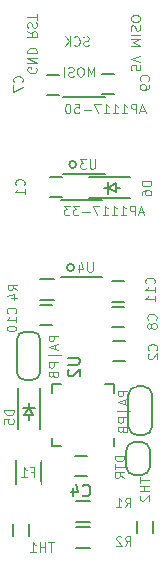
<source format=gbo>
G04 #@! TF.GenerationSoftware,KiCad,Pcbnew,6.0.0-unknown-a40367c~86~ubuntu16.04.1*
G04 #@! TF.CreationDate,2019-05-10T13:23:40+02:00*
G04 #@! TF.ProjectId,arduino_nanoPB,61726475-696e-46f5-9f6e-616e6f50422e,rev?*
G04 #@! TF.SameCoordinates,Original*
G04 #@! TF.FileFunction,Legend,Bot*
G04 #@! TF.FilePolarity,Positive*
%FSLAX46Y46*%
G04 Gerber Fmt 4.6, Leading zero omitted, Abs format (unit mm)*
G04 Created by KiCad (PCBNEW 6.0.0-unknown-a40367c~86~ubuntu16.04.1) date 2019-05-10 13:23:40*
%MOMM*%
%LPD*%
G04 APERTURE LIST*
%ADD10C,0.100000*%
%ADD11C,0.150000*%
%ADD12R,1.675000X1.675000*%
%ADD13O,0.850000X0.300000*%
%ADD14O,0.300000X0.850000*%
%ADD15C,1.000000*%
%ADD16R,1.500000X0.500000*%
%ADD17R,1.500000X1.000000*%
%ADD18O,2.032000X1.727200*%
%ADD19R,2.032000X1.727200*%
%ADD20R,1.500000X1.250000*%
%ADD21C,2.540000*%
%ADD22R,1.220000X0.910000*%
%ADD23R,0.910000X1.220000*%
%ADD24R,2.030000X1.650000*%
%ADD25O,1.250000X0.950000*%
%ADD26O,1.000000X1.550000*%
%ADD27R,1.727200X1.727200*%
%ADD28O,1.727200X1.727200*%
%ADD29R,1.500000X1.300000*%
%ADD30R,0.900000X1.200000*%
%ADD31R,2.150000X0.950000*%
%ADD32R,2.150000X3.250000*%
G04 APERTURE END LIST*
D10*
X144989504Y-94837466D02*
X144189504Y-94837466D01*
X144189504Y-95142228D01*
X144227600Y-95218419D01*
X144265695Y-95256514D01*
X144341885Y-95294609D01*
X144456171Y-95294609D01*
X144532361Y-95256514D01*
X144570457Y-95218419D01*
X144608552Y-95142228D01*
X144608552Y-94837466D01*
X144760933Y-95599371D02*
X144760933Y-95980323D01*
X144989504Y-95523180D02*
X144189504Y-95789847D01*
X144989504Y-96056514D01*
X145256171Y-96513657D02*
X144113314Y-96513657D01*
X144989504Y-97085085D02*
X144189504Y-97085085D01*
X144189504Y-97389847D01*
X144227600Y-97466038D01*
X144265695Y-97504133D01*
X144341885Y-97542228D01*
X144456171Y-97542228D01*
X144532361Y-97504133D01*
X144570457Y-97466038D01*
X144608552Y-97389847D01*
X144608552Y-97085085D01*
X144570457Y-98151752D02*
X144608552Y-98266038D01*
X144646647Y-98304133D01*
X144722838Y-98342228D01*
X144837123Y-98342228D01*
X144913314Y-98304133D01*
X144951409Y-98266038D01*
X144989504Y-98189847D01*
X144989504Y-97885085D01*
X144189504Y-97885085D01*
X144189504Y-98151752D01*
X144227600Y-98227942D01*
X144265695Y-98266038D01*
X144341885Y-98304133D01*
X144418076Y-98304133D01*
X144494266Y-98266038D01*
X144532361Y-98227942D01*
X144570457Y-98151752D01*
X144570457Y-97885085D01*
X150856904Y-99511066D02*
X150056904Y-99511066D01*
X150056904Y-99815828D01*
X150095000Y-99892019D01*
X150133095Y-99930114D01*
X150209285Y-99968209D01*
X150323571Y-99968209D01*
X150399761Y-99930114D01*
X150437857Y-99892019D01*
X150475952Y-99815828D01*
X150475952Y-99511066D01*
X150628333Y-100272971D02*
X150628333Y-100653923D01*
X150856904Y-100196780D02*
X150056904Y-100463447D01*
X150856904Y-100730114D01*
X151123571Y-101187257D02*
X149980714Y-101187257D01*
X150856904Y-101758685D02*
X150056904Y-101758685D01*
X150056904Y-102063447D01*
X150095000Y-102139638D01*
X150133095Y-102177733D01*
X150209285Y-102215828D01*
X150323571Y-102215828D01*
X150399761Y-102177733D01*
X150437857Y-102139638D01*
X150475952Y-102063447D01*
X150475952Y-101758685D01*
X150437857Y-102825352D02*
X150475952Y-102939638D01*
X150514047Y-102977733D01*
X150590238Y-103015828D01*
X150704523Y-103015828D01*
X150780714Y-102977733D01*
X150818809Y-102939638D01*
X150856904Y-102863447D01*
X150856904Y-102558685D01*
X150056904Y-102558685D01*
X150056904Y-102825352D01*
X150095000Y-102901542D01*
X150133095Y-102939638D01*
X150209285Y-102977733D01*
X150285476Y-102977733D01*
X150361666Y-102939638D01*
X150399761Y-102901542D01*
X150437857Y-102825352D01*
X150437857Y-102558685D01*
X150564804Y-105016414D02*
X149764804Y-105016414D01*
X149764804Y-105206890D01*
X149802900Y-105321176D01*
X149879090Y-105397366D01*
X149955280Y-105435461D01*
X150107661Y-105473557D01*
X150221947Y-105473557D01*
X150374328Y-105435461D01*
X150450519Y-105397366D01*
X150526709Y-105321176D01*
X150564804Y-105206890D01*
X150564804Y-105016414D01*
X149764804Y-105702128D02*
X149764804Y-106159271D01*
X150564804Y-105930700D02*
X149764804Y-105930700D01*
X150564804Y-106883080D02*
X150183852Y-106616414D01*
X150564804Y-106425938D02*
X149764804Y-106425938D01*
X149764804Y-106730700D01*
X149802900Y-106806890D01*
X149840995Y-106844985D01*
X149917185Y-106883080D01*
X150031471Y-106883080D01*
X150107661Y-106844985D01*
X150145757Y-106806890D01*
X150183852Y-106730700D01*
X150183852Y-106425938D01*
X147586571Y-70275409D02*
X147472285Y-70313504D01*
X147281809Y-70313504D01*
X147205619Y-70275409D01*
X147167523Y-70237314D01*
X147129428Y-70161123D01*
X147129428Y-70084933D01*
X147167523Y-70008742D01*
X147205619Y-69970647D01*
X147281809Y-69932552D01*
X147434190Y-69894457D01*
X147510380Y-69856361D01*
X147548476Y-69818266D01*
X147586571Y-69742076D01*
X147586571Y-69665885D01*
X147548476Y-69589695D01*
X147510380Y-69551600D01*
X147434190Y-69513504D01*
X147243714Y-69513504D01*
X147129428Y-69551600D01*
X146329428Y-70237314D02*
X146367523Y-70275409D01*
X146481809Y-70313504D01*
X146558000Y-70313504D01*
X146672285Y-70275409D01*
X146748476Y-70199219D01*
X146786571Y-70123028D01*
X146824666Y-69970647D01*
X146824666Y-69856361D01*
X146786571Y-69703980D01*
X146748476Y-69627790D01*
X146672285Y-69551600D01*
X146558000Y-69513504D01*
X146481809Y-69513504D01*
X146367523Y-69551600D01*
X146329428Y-69589695D01*
X145986571Y-70313504D02*
X145986571Y-69513504D01*
X145529428Y-70313504D02*
X145872285Y-69856361D01*
X145529428Y-69513504D02*
X145986571Y-69970647D01*
X151923695Y-71957961D02*
X151923695Y-72338914D01*
X151542742Y-72377009D01*
X151580838Y-72338914D01*
X151618933Y-72262723D01*
X151618933Y-72072247D01*
X151580838Y-71996057D01*
X151542742Y-71957961D01*
X151466552Y-71919866D01*
X151276076Y-71919866D01*
X151199885Y-71957961D01*
X151161790Y-71996057D01*
X151123695Y-72072247D01*
X151123695Y-72262723D01*
X151161790Y-72338914D01*
X151199885Y-72377009D01*
X151923695Y-71691295D02*
X151123695Y-71424628D01*
X151923695Y-71157961D01*
X151123695Y-70281771D02*
X151923695Y-70281771D01*
X151352266Y-70015104D01*
X151923695Y-69748438D01*
X151123695Y-69748438D01*
X151123695Y-69367485D02*
X151923695Y-69367485D01*
X151161790Y-69024628D02*
X151123695Y-68910342D01*
X151123695Y-68719866D01*
X151161790Y-68643676D01*
X151199885Y-68605580D01*
X151276076Y-68567485D01*
X151352266Y-68567485D01*
X151428457Y-68605580D01*
X151466552Y-68643676D01*
X151504647Y-68719866D01*
X151542742Y-68872247D01*
X151580838Y-68948438D01*
X151618933Y-68986533D01*
X151695123Y-69024628D01*
X151771314Y-69024628D01*
X151847504Y-68986533D01*
X151885600Y-68948438D01*
X151923695Y-68872247D01*
X151923695Y-68681771D01*
X151885600Y-68567485D01*
X151923695Y-68072247D02*
X151923695Y-67919866D01*
X151885600Y-67843676D01*
X151809409Y-67767485D01*
X151657028Y-67729390D01*
X151390361Y-67729390D01*
X151237980Y-67767485D01*
X151161790Y-67843676D01*
X151123695Y-67919866D01*
X151123695Y-68072247D01*
X151161790Y-68148438D01*
X151237980Y-68224628D01*
X151390361Y-68262723D01*
X151657028Y-68262723D01*
X151809409Y-68224628D01*
X151885600Y-68148438D01*
X151923695Y-68072247D01*
X143148000Y-72154800D02*
X143186095Y-72230990D01*
X143186095Y-72345276D01*
X143148000Y-72459561D01*
X143071809Y-72535752D01*
X142995619Y-72573847D01*
X142843238Y-72611942D01*
X142728952Y-72611942D01*
X142576571Y-72573847D01*
X142500380Y-72535752D01*
X142424190Y-72459561D01*
X142386095Y-72345276D01*
X142386095Y-72269085D01*
X142424190Y-72154800D01*
X142462285Y-72116704D01*
X142728952Y-72116704D01*
X142728952Y-72269085D01*
X142386095Y-71773847D02*
X143186095Y-71773847D01*
X142386095Y-71316704D01*
X143186095Y-71316704D01*
X142386095Y-70935752D02*
X143186095Y-70935752D01*
X143186095Y-70745276D01*
X143148000Y-70630990D01*
X143071809Y-70554800D01*
X142995619Y-70516704D01*
X142843238Y-70478609D01*
X142728952Y-70478609D01*
X142576571Y-70516704D01*
X142500380Y-70554800D01*
X142424190Y-70630990D01*
X142386095Y-70745276D01*
X142386095Y-70935752D01*
X142386095Y-69069085D02*
X142767047Y-69335752D01*
X142386095Y-69526228D02*
X143186095Y-69526228D01*
X143186095Y-69221466D01*
X143148000Y-69145276D01*
X143109904Y-69107180D01*
X143033714Y-69069085D01*
X142919428Y-69069085D01*
X142843238Y-69107180D01*
X142805142Y-69145276D01*
X142767047Y-69221466D01*
X142767047Y-69526228D01*
X142424190Y-68764323D02*
X142386095Y-68650038D01*
X142386095Y-68459561D01*
X142424190Y-68383371D01*
X142462285Y-68345276D01*
X142538476Y-68307180D01*
X142614666Y-68307180D01*
X142690857Y-68345276D01*
X142728952Y-68383371D01*
X142767047Y-68459561D01*
X142805142Y-68611942D01*
X142843238Y-68688133D01*
X142881333Y-68726228D01*
X142957523Y-68764323D01*
X143033714Y-68764323D01*
X143109904Y-68726228D01*
X143148000Y-68688133D01*
X143186095Y-68611942D01*
X143186095Y-68421466D01*
X143148000Y-68307180D01*
X143186095Y-68078609D02*
X143186095Y-67621466D01*
X142386095Y-67850038D02*
X143186095Y-67850038D01*
X148018342Y-72904304D02*
X148018342Y-72104304D01*
X147751676Y-72675733D01*
X147485009Y-72104304D01*
X147485009Y-72904304D01*
X146951676Y-72104304D02*
X146799295Y-72104304D01*
X146723104Y-72142400D01*
X146646914Y-72218590D01*
X146608819Y-72370971D01*
X146608819Y-72637638D01*
X146646914Y-72790019D01*
X146723104Y-72866209D01*
X146799295Y-72904304D01*
X146951676Y-72904304D01*
X147027866Y-72866209D01*
X147104057Y-72790019D01*
X147142152Y-72637638D01*
X147142152Y-72370971D01*
X147104057Y-72218590D01*
X147027866Y-72142400D01*
X146951676Y-72104304D01*
X146304057Y-72866209D02*
X146189771Y-72904304D01*
X145999295Y-72904304D01*
X145923104Y-72866209D01*
X145885009Y-72828114D01*
X145846914Y-72751923D01*
X145846914Y-72675733D01*
X145885009Y-72599542D01*
X145923104Y-72561447D01*
X145999295Y-72523352D01*
X146151676Y-72485257D01*
X146227866Y-72447161D01*
X146265961Y-72409066D01*
X146304057Y-72332876D01*
X146304057Y-72256685D01*
X146265961Y-72180495D01*
X146227866Y-72142400D01*
X146151676Y-72104304D01*
X145961200Y-72104304D01*
X145846914Y-72142400D01*
X145504057Y-72904304D02*
X145504057Y-72104304D01*
D11*
X149691700Y-98975000D02*
X149691700Y-99725000D01*
X144441700Y-98975000D02*
X144441700Y-99725000D01*
X144441700Y-104225000D02*
X144441700Y-103475000D01*
X149691700Y-104225000D02*
X149691700Y-103475000D01*
X144441700Y-98975000D02*
X145191700Y-98975000D01*
X144441700Y-104225000D02*
X145191700Y-104225000D01*
X149691700Y-98975000D02*
X148941700Y-98975000D01*
X151642800Y-103243600D02*
X152242800Y-103243600D01*
X150942800Y-99793600D02*
X150942800Y-102593600D01*
X152242800Y-99143600D02*
X151642800Y-99143600D01*
X152942800Y-102593600D02*
X152942800Y-99793600D01*
X152942800Y-99843600D02*
G75*
G03X152242800Y-99143600I-700000J0D01*
G01*
X151642800Y-99143600D02*
G75*
G03X150942800Y-99843600I0J-700000D01*
G01*
X150942800Y-102543600D02*
G75*
G03X151642800Y-103243600I700000J0D01*
G01*
X152242800Y-103243600D02*
G75*
G03X152942800Y-102543600I0J700000D01*
G01*
X149639400Y-95301700D02*
X150639400Y-95301700D01*
X150639400Y-97001700D02*
X149639400Y-97001700D01*
X144285080Y-81440920D02*
X145285080Y-81440920D01*
X145285080Y-83140920D02*
X144285080Y-83140920D01*
X145082200Y-74449040D02*
X144082200Y-74449040D01*
X144082200Y-72749040D02*
X145082200Y-72749040D01*
X149553040Y-92393400D02*
X150553040Y-92393400D01*
X150553040Y-94093400D02*
X149553040Y-94093400D01*
X149694200Y-74393160D02*
X148694200Y-74393160D01*
X148694200Y-72693160D02*
X149694200Y-72693160D01*
X144446560Y-93961320D02*
X143446560Y-93961320D01*
X143446560Y-92261320D02*
X144446560Y-92261320D01*
X150543200Y-91954720D02*
X149543200Y-91954720D01*
X149543200Y-90254720D02*
X150543200Y-90254720D01*
X142519400Y-101561900D02*
X142519400Y-101942900D01*
X142519400Y-100545900D02*
X142519400Y-100926900D01*
X142519400Y-100926900D02*
X142138400Y-101561900D01*
X142138400Y-101561900D02*
X142900400Y-101561900D01*
X142900400Y-101561900D02*
X142519400Y-100926900D01*
X142011400Y-100926900D02*
X143027400Y-100926900D01*
X143419400Y-99244400D02*
X143419400Y-102784400D01*
X141619400Y-99244400D02*
X141619400Y-102784400D01*
X149877780Y-82301080D02*
X150258780Y-82301080D01*
X148861780Y-82301080D02*
X149242780Y-82301080D01*
X149242780Y-82301080D02*
X149877780Y-82682080D01*
X149877780Y-82682080D02*
X149877780Y-81920080D01*
X149877780Y-81920080D02*
X149242780Y-82301080D01*
X149242780Y-82809080D02*
X149242780Y-81793080D01*
X147560280Y-81401080D02*
X151100280Y-81401080D01*
X147560280Y-83201080D02*
X151100280Y-83201080D01*
X141424000Y-105395520D02*
X141424000Y-107395520D01*
X143564000Y-107395520D02*
X143564000Y-105395520D01*
X142781300Y-98595400D02*
G75*
G03X143481300Y-97895400I0J700000D01*
G01*
X141481300Y-97895400D02*
G75*
G03X142181300Y-98595400I700000J0D01*
G01*
X142181300Y-94495400D02*
G75*
G03X141481300Y-95195400I0J-700000D01*
G01*
X143481300Y-95195400D02*
G75*
G03X142781300Y-94495400I-700000J0D01*
G01*
X143481300Y-97945400D02*
X143481300Y-95145400D01*
X142781300Y-94495400D02*
X142181300Y-94495400D01*
X141481300Y-95145400D02*
X141481300Y-97945400D01*
X142181300Y-98595400D02*
X142781300Y-98595400D01*
X147666000Y-108853000D02*
X146466000Y-108853000D01*
X146466000Y-110603000D02*
X147666000Y-110603000D01*
X146466000Y-112812800D02*
X147666000Y-112812800D01*
X147666000Y-111062800D02*
X146466000Y-111062800D01*
X142534000Y-111818040D02*
X142534000Y-110818040D01*
X141184000Y-110818040D02*
X141184000Y-111818040D01*
X151648800Y-110523400D02*
X151648800Y-111523400D01*
X152998800Y-111523400D02*
X152998800Y-110523400D01*
X145419460Y-81153100D02*
X148919460Y-81153100D01*
X148919460Y-74653100D02*
X145419460Y-74653100D01*
X146519460Y-80353100D02*
G75*
G03X146519460Y-80353100I-300000J0D01*
G01*
X146339800Y-89076700D02*
G75*
G03X146339800Y-89076700I-300000J0D01*
G01*
X148739800Y-83376700D02*
X145239800Y-83376700D01*
X145239800Y-89876700D02*
X148739800Y-89876700D01*
X143418000Y-91807000D02*
X144618000Y-91807000D01*
X144618000Y-90057000D02*
X143418000Y-90057000D01*
X150752300Y-105942600D02*
G75*
G03X151452300Y-106642600I700000J0D01*
G01*
X152052300Y-106642600D02*
G75*
G03X152752300Y-105942600I0J700000D01*
G01*
X152752300Y-104542600D02*
G75*
G03X152052300Y-103842600I-700000J0D01*
G01*
X151452300Y-103842600D02*
G75*
G03X150752300Y-104542600I0J-700000D01*
G01*
X152052300Y-103842600D02*
X151452300Y-103842600D01*
X152752300Y-105942600D02*
X152752300Y-104542600D01*
X151452300Y-106642600D02*
X152052300Y-106642600D01*
X150752300Y-104542600D02*
X150752300Y-105942600D01*
X146413600Y-105042600D02*
X147413600Y-105042600D01*
X147413600Y-106742600D02*
X146413600Y-106742600D01*
X145807180Y-96723295D02*
X146616704Y-96723295D01*
X146711942Y-96770914D01*
X146759561Y-96818533D01*
X146807180Y-96913771D01*
X146807180Y-97104247D01*
X146759561Y-97199485D01*
X146711942Y-97247104D01*
X146616704Y-97294723D01*
X145807180Y-97294723D01*
X145902419Y-97723295D02*
X145854800Y-97770914D01*
X145807180Y-97866152D01*
X145807180Y-98104247D01*
X145854800Y-98199485D01*
X145902419Y-98247104D01*
X145997657Y-98294723D01*
X146092895Y-98294723D01*
X146235752Y-98247104D01*
X146807180Y-97675676D01*
X146807180Y-98294723D01*
D10*
X153289914Y-96069166D02*
X153328009Y-96031071D01*
X153366104Y-95916785D01*
X153366104Y-95840595D01*
X153328009Y-95726309D01*
X153251819Y-95650119D01*
X153175628Y-95612023D01*
X153023247Y-95573928D01*
X152908961Y-95573928D01*
X152756580Y-95612023D01*
X152680390Y-95650119D01*
X152604200Y-95726309D01*
X152566104Y-95840595D01*
X152566104Y-95916785D01*
X152604200Y-96031071D01*
X152642295Y-96069166D01*
X152642295Y-96373928D02*
X152604200Y-96412023D01*
X152566104Y-96488214D01*
X152566104Y-96678690D01*
X152604200Y-96754880D01*
X152642295Y-96792976D01*
X152718485Y-96831071D01*
X152794676Y-96831071D01*
X152908961Y-96792976D01*
X153366104Y-96335833D01*
X153366104Y-96831071D01*
X142068514Y-82111866D02*
X142106609Y-82073771D01*
X142144704Y-81959485D01*
X142144704Y-81883295D01*
X142106609Y-81769009D01*
X142030419Y-81692819D01*
X141954228Y-81654723D01*
X141801847Y-81616628D01*
X141687561Y-81616628D01*
X141535180Y-81654723D01*
X141458990Y-81692819D01*
X141382800Y-81769009D01*
X141344704Y-81883295D01*
X141344704Y-81959485D01*
X141382800Y-82073771D01*
X141420895Y-82111866D01*
X142144704Y-82873771D02*
X142144704Y-82416628D01*
X142144704Y-82645200D02*
X141344704Y-82645200D01*
X141458990Y-82569009D01*
X141535180Y-82492819D01*
X141573276Y-82416628D01*
X141916114Y-73374266D02*
X141954209Y-73336171D01*
X141992304Y-73221885D01*
X141992304Y-73145695D01*
X141954209Y-73031409D01*
X141878019Y-72955219D01*
X141801828Y-72917123D01*
X141649447Y-72879028D01*
X141535161Y-72879028D01*
X141382780Y-72917123D01*
X141306590Y-72955219D01*
X141230400Y-73031409D01*
X141192304Y-73145695D01*
X141192304Y-73221885D01*
X141230400Y-73336171D01*
X141268495Y-73374266D01*
X141192304Y-73640933D02*
X141192304Y-74174266D01*
X141992304Y-73831409D01*
X153244514Y-93491066D02*
X153282609Y-93452971D01*
X153320704Y-93338685D01*
X153320704Y-93262495D01*
X153282609Y-93148209D01*
X153206419Y-93072019D01*
X153130228Y-93033923D01*
X152977847Y-92995828D01*
X152863561Y-92995828D01*
X152711180Y-93033923D01*
X152634990Y-93072019D01*
X152558800Y-93148209D01*
X152520704Y-93262495D01*
X152520704Y-93338685D01*
X152558800Y-93452971D01*
X152596895Y-93491066D01*
X152863561Y-93948209D02*
X152825466Y-93872019D01*
X152787371Y-93833923D01*
X152711180Y-93795828D01*
X152673085Y-93795828D01*
X152596895Y-93833923D01*
X152558800Y-93872019D01*
X152520704Y-93948209D01*
X152520704Y-94100590D01*
X152558800Y-94176780D01*
X152596895Y-94214876D01*
X152673085Y-94252971D01*
X152711180Y-94252971D01*
X152787371Y-94214876D01*
X152825466Y-94176780D01*
X152863561Y-94100590D01*
X152863561Y-93948209D01*
X152901657Y-93872019D01*
X152939752Y-93833923D01*
X153015942Y-93795828D01*
X153168323Y-93795828D01*
X153244514Y-93833923D01*
X153282609Y-93872019D01*
X153320704Y-93948209D01*
X153320704Y-94100590D01*
X153282609Y-94176780D01*
X153244514Y-94214876D01*
X153168323Y-94252971D01*
X153015942Y-94252971D01*
X152939752Y-94214876D01*
X152901657Y-94176780D01*
X152863561Y-94100590D01*
X152634914Y-73272666D02*
X152673009Y-73234571D01*
X152711104Y-73120285D01*
X152711104Y-73044095D01*
X152673009Y-72929809D01*
X152596819Y-72853619D01*
X152520628Y-72815523D01*
X152368247Y-72777428D01*
X152253961Y-72777428D01*
X152101580Y-72815523D01*
X152025390Y-72853619D01*
X151949200Y-72929809D01*
X151911104Y-73044095D01*
X151911104Y-73120285D01*
X151949200Y-73234571D01*
X151987295Y-73272666D01*
X152711104Y-73653619D02*
X152711104Y-73806000D01*
X152673009Y-73882190D01*
X152634914Y-73920285D01*
X152520628Y-73996476D01*
X152368247Y-74034571D01*
X152063485Y-74034571D01*
X151987295Y-73996476D01*
X151949200Y-73958380D01*
X151911104Y-73882190D01*
X151911104Y-73729809D01*
X151949200Y-73653619D01*
X151987295Y-73615523D01*
X152063485Y-73577428D01*
X152253961Y-73577428D01*
X152330152Y-73615523D01*
X152368247Y-73653619D01*
X152406342Y-73729809D01*
X152406342Y-73882190D01*
X152368247Y-73958380D01*
X152330152Y-73996476D01*
X152253961Y-74034571D01*
X141357314Y-92957714D02*
X141395409Y-92919619D01*
X141433504Y-92805333D01*
X141433504Y-92729142D01*
X141395409Y-92614857D01*
X141319219Y-92538666D01*
X141243028Y-92500571D01*
X141090647Y-92462476D01*
X140976361Y-92462476D01*
X140823980Y-92500571D01*
X140747790Y-92538666D01*
X140671600Y-92614857D01*
X140633504Y-92729142D01*
X140633504Y-92805333D01*
X140671600Y-92919619D01*
X140709695Y-92957714D01*
X141433504Y-93719619D02*
X141433504Y-93262476D01*
X141433504Y-93491047D02*
X140633504Y-93491047D01*
X140747790Y-93414857D01*
X140823980Y-93338666D01*
X140862076Y-93262476D01*
X140633504Y-94214857D02*
X140633504Y-94291047D01*
X140671600Y-94367238D01*
X140709695Y-94405333D01*
X140785885Y-94443428D01*
X140938266Y-94481523D01*
X141128742Y-94481523D01*
X141281123Y-94443428D01*
X141357314Y-94405333D01*
X141395409Y-94367238D01*
X141433504Y-94291047D01*
X141433504Y-94214857D01*
X141395409Y-94138666D01*
X141357314Y-94100571D01*
X141281123Y-94062476D01*
X141128742Y-94024380D01*
X140938266Y-94024380D01*
X140785885Y-94062476D01*
X140709695Y-94100571D01*
X140671600Y-94138666D01*
X140633504Y-94214857D01*
X153092114Y-90417714D02*
X153130209Y-90379619D01*
X153168304Y-90265333D01*
X153168304Y-90189142D01*
X153130209Y-90074857D01*
X153054019Y-89998666D01*
X152977828Y-89960571D01*
X152825447Y-89922476D01*
X152711161Y-89922476D01*
X152558780Y-89960571D01*
X152482590Y-89998666D01*
X152406400Y-90074857D01*
X152368304Y-90189142D01*
X152368304Y-90265333D01*
X152406400Y-90379619D01*
X152444495Y-90417714D01*
X153168304Y-91179619D02*
X153168304Y-90722476D01*
X153168304Y-90951047D02*
X152368304Y-90951047D01*
X152482590Y-90874857D01*
X152558780Y-90798666D01*
X152596876Y-90722476D01*
X153168304Y-91941523D02*
X153168304Y-91484380D01*
X153168304Y-91712952D02*
X152368304Y-91712952D01*
X152482590Y-91636761D01*
X152558780Y-91560571D01*
X152596876Y-91484380D01*
X141240464Y-101100963D02*
X140440464Y-101100963D01*
X140440464Y-101291440D01*
X140478560Y-101405725D01*
X140554750Y-101481916D01*
X140630940Y-101520011D01*
X140783321Y-101558106D01*
X140897607Y-101558106D01*
X141049988Y-101520011D01*
X141126179Y-101481916D01*
X141202369Y-101405725D01*
X141240464Y-101291440D01*
X141240464Y-101100963D01*
X140440464Y-102281916D02*
X140440464Y-101900963D01*
X140821417Y-101862868D01*
X140783321Y-101900963D01*
X140745226Y-101977154D01*
X140745226Y-102167630D01*
X140783321Y-102243820D01*
X140821417Y-102281916D01*
X140897607Y-102320011D01*
X141088083Y-102320011D01*
X141164274Y-102281916D01*
X141202369Y-102243820D01*
X141240464Y-102167630D01*
X141240464Y-101977154D01*
X141202369Y-101900963D01*
X141164274Y-101862868D01*
X152863504Y-81756323D02*
X152063504Y-81756323D01*
X152063504Y-81946800D01*
X152101600Y-82061085D01*
X152177790Y-82137276D01*
X152253980Y-82175371D01*
X152406361Y-82213466D01*
X152520647Y-82213466D01*
X152673028Y-82175371D01*
X152749219Y-82137276D01*
X152825409Y-82061085D01*
X152863504Y-81946800D01*
X152863504Y-81756323D01*
X152063504Y-82899180D02*
X152063504Y-82746800D01*
X152101600Y-82670609D01*
X152139695Y-82632514D01*
X152253980Y-82556323D01*
X152406361Y-82518228D01*
X152711123Y-82518228D01*
X152787314Y-82556323D01*
X152825409Y-82594419D01*
X152863504Y-82670609D01*
X152863504Y-82822990D01*
X152825409Y-82899180D01*
X152787314Y-82937276D01*
X152711123Y-82975371D01*
X152520647Y-82975371D01*
X152444457Y-82937276D01*
X152406361Y-82899180D01*
X152368266Y-82822990D01*
X152368266Y-82670609D01*
X152406361Y-82594419D01*
X152444457Y-82556323D01*
X152520647Y-82518228D01*
X142697166Y-106368857D02*
X142963833Y-106368857D01*
X142963833Y-106787904D02*
X142963833Y-105987904D01*
X142582880Y-105987904D01*
X141859071Y-106787904D02*
X142316214Y-106787904D01*
X142087642Y-106787904D02*
X142087642Y-105987904D01*
X142163833Y-106102190D01*
X142240023Y-106178380D01*
X142316214Y-106216476D01*
X150653733Y-109378704D02*
X150920400Y-108997752D01*
X151110876Y-109378704D02*
X151110876Y-108578704D01*
X150806114Y-108578704D01*
X150729923Y-108616800D01*
X150691828Y-108654895D01*
X150653733Y-108731085D01*
X150653733Y-108845371D01*
X150691828Y-108921561D01*
X150729923Y-108959657D01*
X150806114Y-108997752D01*
X151110876Y-108997752D01*
X149891828Y-109378704D02*
X150348971Y-109378704D01*
X150120400Y-109378704D02*
X150120400Y-108578704D01*
X150196590Y-108692990D01*
X150272780Y-108769180D01*
X150348971Y-108807276D01*
X150653733Y-112629904D02*
X150920400Y-112248952D01*
X151110876Y-112629904D02*
X151110876Y-111829904D01*
X150806114Y-111829904D01*
X150729923Y-111868000D01*
X150691828Y-111906095D01*
X150653733Y-111982285D01*
X150653733Y-112096571D01*
X150691828Y-112172761D01*
X150729923Y-112210857D01*
X150806114Y-112248952D01*
X151110876Y-112248952D01*
X150348971Y-111906095D02*
X150310876Y-111868000D01*
X150234685Y-111829904D01*
X150044209Y-111829904D01*
X149968019Y-111868000D01*
X149929923Y-111906095D01*
X149891828Y-111982285D01*
X149891828Y-112058476D01*
X149929923Y-112172761D01*
X150387066Y-112629904D01*
X149891828Y-112629904D01*
X144619851Y-112353144D02*
X144162708Y-112353144D01*
X144391280Y-113153144D02*
X144391280Y-112353144D01*
X143896041Y-113153144D02*
X143896041Y-112353144D01*
X143896041Y-112734097D02*
X143438899Y-112734097D01*
X143438899Y-113153144D02*
X143438899Y-112353144D01*
X142638899Y-113153144D02*
X143096041Y-113153144D01*
X142867470Y-113153144D02*
X142867470Y-112353144D01*
X142943660Y-112467430D01*
X143019851Y-112543620D01*
X143096041Y-112581716D01*
X151916184Y-106840148D02*
X151916184Y-107297291D01*
X152716184Y-107068720D02*
X151916184Y-107068720D01*
X152716184Y-107563958D02*
X151916184Y-107563958D01*
X152297137Y-107563958D02*
X152297137Y-108021100D01*
X152716184Y-108021100D02*
X151916184Y-108021100D01*
X151992375Y-108363958D02*
X151954280Y-108402053D01*
X151916184Y-108478243D01*
X151916184Y-108668720D01*
X151954280Y-108744910D01*
X151992375Y-108783005D01*
X152068565Y-108821100D01*
X152144756Y-108821100D01*
X152259041Y-108783005D01*
X152716184Y-108325862D01*
X152716184Y-108821100D01*
X148109183Y-79903404D02*
X148109183Y-80551023D01*
X148071088Y-80627214D01*
X148032993Y-80665309D01*
X147956802Y-80703404D01*
X147804421Y-80703404D01*
X147728231Y-80665309D01*
X147690136Y-80627214D01*
X147652040Y-80551023D01*
X147652040Y-79903404D01*
X147347279Y-79903404D02*
X146852040Y-79903404D01*
X147118707Y-80208166D01*
X147004421Y-80208166D01*
X146928231Y-80246261D01*
X146890136Y-80284357D01*
X146852040Y-80360547D01*
X146852040Y-80551023D01*
X146890136Y-80627214D01*
X146928231Y-80665309D01*
X147004421Y-80703404D01*
X147232993Y-80703404D01*
X147309183Y-80665309D01*
X147347279Y-80627214D01*
X152318888Y-75788533D02*
X151937936Y-75788533D01*
X152395079Y-76017104D02*
X152128412Y-75217104D01*
X151861745Y-76017104D01*
X151595079Y-76017104D02*
X151595079Y-75217104D01*
X151290317Y-75217104D01*
X151214126Y-75255200D01*
X151176031Y-75293295D01*
X151137936Y-75369485D01*
X151137936Y-75483771D01*
X151176031Y-75559961D01*
X151214126Y-75598057D01*
X151290317Y-75636152D01*
X151595079Y-75636152D01*
X150376031Y-76017104D02*
X150833174Y-76017104D01*
X150604602Y-76017104D02*
X150604602Y-75217104D01*
X150680793Y-75331390D01*
X150756983Y-75407580D01*
X150833174Y-75445676D01*
X149614126Y-76017104D02*
X150071269Y-76017104D01*
X149842698Y-76017104D02*
X149842698Y-75217104D01*
X149918888Y-75331390D01*
X149995079Y-75407580D01*
X150071269Y-75445676D01*
X148852221Y-76017104D02*
X149309364Y-76017104D01*
X149080793Y-76017104D02*
X149080793Y-75217104D01*
X149156983Y-75331390D01*
X149233174Y-75407580D01*
X149309364Y-75445676D01*
X148585555Y-75217104D02*
X148052221Y-75217104D01*
X148395079Y-76017104D01*
X147747460Y-75712342D02*
X147137936Y-75712342D01*
X146376031Y-75217104D02*
X146756983Y-75217104D01*
X146795079Y-75598057D01*
X146756983Y-75559961D01*
X146680793Y-75521866D01*
X146490317Y-75521866D01*
X146414126Y-75559961D01*
X146376031Y-75598057D01*
X146337936Y-75674247D01*
X146337936Y-75864723D01*
X146376031Y-75940914D01*
X146414126Y-75979009D01*
X146490317Y-76017104D01*
X146680793Y-76017104D01*
X146756983Y-75979009D01*
X146795079Y-75940914D01*
X145842698Y-75217104D02*
X145766507Y-75217104D01*
X145690317Y-75255200D01*
X145652221Y-75293295D01*
X145614126Y-75369485D01*
X145576031Y-75521866D01*
X145576031Y-75712342D01*
X145614126Y-75864723D01*
X145652221Y-75940914D01*
X145690317Y-75979009D01*
X145766507Y-76017104D01*
X145842698Y-76017104D01*
X145918888Y-75979009D01*
X145956983Y-75940914D01*
X145995079Y-75864723D01*
X146033174Y-75712342D01*
X146033174Y-75521866D01*
X145995079Y-75369485D01*
X145956983Y-75293295D01*
X145918888Y-75255200D01*
X145842698Y-75217104D01*
X147929523Y-88627004D02*
X147929523Y-89274623D01*
X147891428Y-89350814D01*
X147853333Y-89388909D01*
X147777142Y-89427004D01*
X147624761Y-89427004D01*
X147548571Y-89388909D01*
X147510476Y-89350814D01*
X147472380Y-89274623D01*
X147472380Y-88627004D01*
X146748571Y-88893671D02*
X146748571Y-89427004D01*
X146939047Y-88588909D02*
X147129523Y-89160338D01*
X146634285Y-89160338D01*
X152215428Y-84410533D02*
X151834476Y-84410533D01*
X152291619Y-84639104D02*
X152024952Y-83839104D01*
X151758285Y-84639104D01*
X151491619Y-84639104D02*
X151491619Y-83839104D01*
X151186857Y-83839104D01*
X151110666Y-83877200D01*
X151072571Y-83915295D01*
X151034476Y-83991485D01*
X151034476Y-84105771D01*
X151072571Y-84181961D01*
X151110666Y-84220057D01*
X151186857Y-84258152D01*
X151491619Y-84258152D01*
X150272571Y-84639104D02*
X150729714Y-84639104D01*
X150501142Y-84639104D02*
X150501142Y-83839104D01*
X150577333Y-83953390D01*
X150653523Y-84029580D01*
X150729714Y-84067676D01*
X149510666Y-84639104D02*
X149967809Y-84639104D01*
X149739238Y-84639104D02*
X149739238Y-83839104D01*
X149815428Y-83953390D01*
X149891619Y-84029580D01*
X149967809Y-84067676D01*
X148748761Y-84639104D02*
X149205904Y-84639104D01*
X148977333Y-84639104D02*
X148977333Y-83839104D01*
X149053523Y-83953390D01*
X149129714Y-84029580D01*
X149205904Y-84067676D01*
X148482095Y-83839104D02*
X147948761Y-83839104D01*
X148291619Y-84639104D01*
X147644000Y-84334342D02*
X147034476Y-84334342D01*
X146729714Y-83839104D02*
X146234476Y-83839104D01*
X146501142Y-84143866D01*
X146386857Y-84143866D01*
X146310666Y-84181961D01*
X146272571Y-84220057D01*
X146234476Y-84296247D01*
X146234476Y-84486723D01*
X146272571Y-84562914D01*
X146310666Y-84601009D01*
X146386857Y-84639104D01*
X146615428Y-84639104D01*
X146691619Y-84601009D01*
X146729714Y-84562914D01*
X145967809Y-83839104D02*
X145472571Y-83839104D01*
X145739238Y-84143866D01*
X145624952Y-84143866D01*
X145548761Y-84181961D01*
X145510666Y-84220057D01*
X145472571Y-84296247D01*
X145472571Y-84486723D01*
X145510666Y-84562914D01*
X145548761Y-84601009D01*
X145624952Y-84639104D01*
X145853523Y-84639104D01*
X145929714Y-84601009D01*
X145967809Y-84562914D01*
X141535104Y-91001866D02*
X141154152Y-90735200D01*
X141535104Y-90544723D02*
X140735104Y-90544723D01*
X140735104Y-90849485D01*
X140773200Y-90925676D01*
X140811295Y-90963771D01*
X140887485Y-91001866D01*
X141001771Y-91001866D01*
X141077961Y-90963771D01*
X141116057Y-90925676D01*
X141154152Y-90849485D01*
X141154152Y-90544723D01*
X141001771Y-91687580D02*
X141535104Y-91687580D01*
X140697009Y-91497104D02*
X141268438Y-91306628D01*
X141268438Y-91801866D01*
D11*
X147080266Y-108349742D02*
X147127885Y-108397361D01*
X147270742Y-108444980D01*
X147365980Y-108444980D01*
X147508838Y-108397361D01*
X147604076Y-108302123D01*
X147651695Y-108206885D01*
X147699314Y-108016409D01*
X147699314Y-107873552D01*
X147651695Y-107683076D01*
X147604076Y-107587838D01*
X147508838Y-107492600D01*
X147365980Y-107444980D01*
X147270742Y-107444980D01*
X147127885Y-107492600D01*
X147080266Y-107540219D01*
X146223123Y-107778314D02*
X146223123Y-108444980D01*
X146461219Y-107397361D02*
X146699314Y-108111647D01*
X146080266Y-108111647D01*
%LPC*%
D12*
X147904200Y-102437500D03*
X146229200Y-102437500D03*
X147904200Y-100762500D03*
X146229200Y-100762500D03*
D13*
X149516700Y-103100000D03*
X149516700Y-102600000D03*
X149516700Y-102100000D03*
X149516700Y-101600000D03*
X149516700Y-101100000D03*
X149516700Y-100600000D03*
X149516700Y-100100000D03*
D14*
X148566700Y-99150000D03*
X148066700Y-99150000D03*
X147566700Y-99150000D03*
X147066700Y-99150000D03*
X146566700Y-99150000D03*
X146066700Y-99150000D03*
X145566700Y-99150000D03*
D13*
X144616700Y-100100000D03*
X144616700Y-100600000D03*
X144616700Y-101100000D03*
X144616700Y-101600000D03*
X144616700Y-102100000D03*
X144616700Y-102600000D03*
X144616700Y-103100000D03*
D14*
X145566700Y-104050000D03*
X146066700Y-104050000D03*
X146566700Y-104050000D03*
X147066700Y-104050000D03*
X147566700Y-104050000D03*
X148066700Y-104050000D03*
X148566700Y-104050000D03*
D10*
G36*
X152241809Y-101996007D02*
G01*
X152290345Y-102003206D01*
X152337942Y-102015129D01*
X152384142Y-102031659D01*
X152428498Y-102052638D01*
X152470585Y-102077864D01*
X152509997Y-102107094D01*
X152546353Y-102140046D01*
X152579305Y-102176402D01*
X152608535Y-102215814D01*
X152633761Y-102257901D01*
X152654740Y-102302257D01*
X152671270Y-102348457D01*
X152683193Y-102396054D01*
X152690392Y-102444590D01*
X152692800Y-102493599D01*
X152692800Y-102493601D01*
X152690392Y-102542610D01*
X152683193Y-102591146D01*
X152671270Y-102638743D01*
X152654740Y-102684943D01*
X152633761Y-102729299D01*
X152608535Y-102771386D01*
X152579305Y-102810798D01*
X152546353Y-102847154D01*
X152509997Y-102880106D01*
X152470585Y-102909336D01*
X152428498Y-102934562D01*
X152384142Y-102955541D01*
X152337942Y-102972071D01*
X152290345Y-102983994D01*
X152241809Y-102991193D01*
X152192800Y-102993601D01*
X151692800Y-102993601D01*
X151643791Y-102991193D01*
X151595255Y-102983994D01*
X151547658Y-102972071D01*
X151501458Y-102955541D01*
X151457102Y-102934562D01*
X151415015Y-102909336D01*
X151375603Y-102880106D01*
X151339247Y-102847154D01*
X151306295Y-102810798D01*
X151277065Y-102771386D01*
X151251839Y-102729299D01*
X151230860Y-102684943D01*
X151214330Y-102638743D01*
X151202407Y-102591146D01*
X151195208Y-102542610D01*
X151192800Y-102493601D01*
X151192800Y-102493599D01*
X151195208Y-102444590D01*
X151202407Y-102396054D01*
X151214330Y-102348457D01*
X151230860Y-102302257D01*
X151251839Y-102257901D01*
X151277065Y-102215814D01*
X151306295Y-102176402D01*
X151339247Y-102140046D01*
X151375603Y-102107094D01*
X151415015Y-102077864D01*
X151457102Y-102052638D01*
X151501458Y-102031659D01*
X151547658Y-102015129D01*
X151595255Y-102003206D01*
X151643791Y-101996007D01*
X151692800Y-101993599D01*
X152192800Y-101993599D01*
X152241809Y-101996007D01*
X152241809Y-101996007D01*
G37*
D15*
X151942800Y-102493600D03*
D16*
X151942800Y-102193600D03*
D17*
X151942800Y-101193600D03*
D10*
G36*
X152241809Y-99396007D02*
G01*
X152290345Y-99403206D01*
X152337942Y-99415129D01*
X152384142Y-99431659D01*
X152428498Y-99452638D01*
X152470585Y-99477864D01*
X152509997Y-99507094D01*
X152546353Y-99540046D01*
X152579305Y-99576402D01*
X152608535Y-99615814D01*
X152633761Y-99657901D01*
X152654740Y-99702257D01*
X152671270Y-99748457D01*
X152683193Y-99796054D01*
X152690392Y-99844590D01*
X152692800Y-99893599D01*
X152692800Y-99893601D01*
X152690392Y-99942610D01*
X152683193Y-99991146D01*
X152671270Y-100038743D01*
X152654740Y-100084943D01*
X152633761Y-100129299D01*
X152608535Y-100171386D01*
X152579305Y-100210798D01*
X152546353Y-100247154D01*
X152509997Y-100280106D01*
X152470585Y-100309336D01*
X152428498Y-100334562D01*
X152384142Y-100355541D01*
X152337942Y-100372071D01*
X152290345Y-100383994D01*
X152241809Y-100391193D01*
X152192800Y-100393601D01*
X151692800Y-100393601D01*
X151643791Y-100391193D01*
X151595255Y-100383994D01*
X151547658Y-100372071D01*
X151501458Y-100355541D01*
X151457102Y-100334562D01*
X151415015Y-100309336D01*
X151375603Y-100280106D01*
X151339247Y-100247154D01*
X151306295Y-100210798D01*
X151277065Y-100171386D01*
X151251839Y-100129299D01*
X151230860Y-100084943D01*
X151214330Y-100038743D01*
X151202407Y-99991146D01*
X151195208Y-99942610D01*
X151192800Y-99893601D01*
X151192800Y-99893599D01*
X151195208Y-99844590D01*
X151202407Y-99796054D01*
X151214330Y-99748457D01*
X151230860Y-99702257D01*
X151251839Y-99657901D01*
X151277065Y-99615814D01*
X151306295Y-99576402D01*
X151339247Y-99540046D01*
X151375603Y-99507094D01*
X151415015Y-99477864D01*
X151457102Y-99452638D01*
X151501458Y-99431659D01*
X151547658Y-99415129D01*
X151595255Y-99403206D01*
X151643791Y-99396007D01*
X151692800Y-99393599D01*
X152192800Y-99393599D01*
X152241809Y-99396007D01*
X152241809Y-99396007D01*
G37*
D15*
X151942800Y-99893600D03*
D16*
X151942800Y-100193600D03*
D18*
X154686000Y-109347000D03*
X154686000Y-106807000D03*
X154686000Y-104267000D03*
X154686000Y-101727000D03*
X154686000Y-99187000D03*
X154686000Y-96647000D03*
X154686000Y-94107000D03*
X154686000Y-91567000D03*
X154686000Y-89027000D03*
X154686000Y-86487000D03*
X154686000Y-83947000D03*
X154686000Y-81407000D03*
X154686000Y-78867000D03*
X154686000Y-76327000D03*
X154686000Y-73787000D03*
D19*
X154686000Y-71247000D03*
D20*
X151389400Y-96151700D03*
X148889400Y-96151700D03*
D18*
X139446000Y-109347000D03*
X139446000Y-106807000D03*
X139446000Y-104267000D03*
X139446000Y-101727000D03*
X139446000Y-99187000D03*
X139446000Y-96647000D03*
X139446000Y-94107000D03*
X139446000Y-91567000D03*
X139446000Y-89027000D03*
X139446000Y-86487000D03*
X139446000Y-83947000D03*
X139446000Y-81407000D03*
X139446000Y-78867000D03*
X139446000Y-76327000D03*
X139446000Y-73787000D03*
D19*
X139446000Y-71247000D03*
D21*
X139446000Y-68707000D03*
X139400000Y-112100000D03*
X154700000Y-112100000D03*
X154686000Y-68707000D03*
D20*
X146035080Y-82290920D03*
X143535080Y-82290920D03*
X143332200Y-73599040D03*
X145832200Y-73599040D03*
X151303040Y-93243400D03*
X148803040Y-93243400D03*
X147944200Y-73543160D03*
X150444200Y-73543160D03*
X142696560Y-93111320D03*
X145196560Y-93111320D03*
X148793200Y-91104720D03*
X151293200Y-91104720D03*
D22*
X142519400Y-99609400D03*
X142519400Y-102879400D03*
D23*
X147925280Y-82301080D03*
X151195280Y-82301080D03*
D24*
X142494000Y-107975520D03*
X142494000Y-104815520D03*
D25*
X144499100Y-107837460D03*
X149499100Y-107837460D03*
D26*
X143499100Y-110537460D03*
X150499100Y-110537460D03*
D16*
X142481300Y-95545400D03*
D10*
G36*
X142780309Y-94747807D02*
G01*
X142828845Y-94755006D01*
X142876442Y-94766929D01*
X142922642Y-94783459D01*
X142966998Y-94804438D01*
X143009085Y-94829664D01*
X143048497Y-94858894D01*
X143084853Y-94891846D01*
X143117805Y-94928202D01*
X143147035Y-94967614D01*
X143172261Y-95009701D01*
X143193240Y-95054057D01*
X143209770Y-95100257D01*
X143221693Y-95147854D01*
X143228892Y-95196390D01*
X143231300Y-95245399D01*
X143231300Y-95245401D01*
X143228892Y-95294410D01*
X143221693Y-95342946D01*
X143209770Y-95390543D01*
X143193240Y-95436743D01*
X143172261Y-95481099D01*
X143147035Y-95523186D01*
X143117805Y-95562598D01*
X143084853Y-95598954D01*
X143048497Y-95631906D01*
X143009085Y-95661136D01*
X142966998Y-95686362D01*
X142922642Y-95707341D01*
X142876442Y-95723871D01*
X142828845Y-95735794D01*
X142780309Y-95742993D01*
X142731300Y-95745401D01*
X142231300Y-95745401D01*
X142182291Y-95742993D01*
X142133755Y-95735794D01*
X142086158Y-95723871D01*
X142039958Y-95707341D01*
X141995602Y-95686362D01*
X141953515Y-95661136D01*
X141914103Y-95631906D01*
X141877747Y-95598954D01*
X141844795Y-95562598D01*
X141815565Y-95523186D01*
X141790339Y-95481099D01*
X141769360Y-95436743D01*
X141752830Y-95390543D01*
X141740907Y-95342946D01*
X141733708Y-95294410D01*
X141731300Y-95245401D01*
X141731300Y-95245399D01*
X141733708Y-95196390D01*
X141740907Y-95147854D01*
X141752830Y-95100257D01*
X141769360Y-95054057D01*
X141790339Y-95009701D01*
X141815565Y-94967614D01*
X141844795Y-94928202D01*
X141877747Y-94891846D01*
X141914103Y-94858894D01*
X141953515Y-94829664D01*
X141995602Y-94804438D01*
X142039958Y-94783459D01*
X142086158Y-94766929D01*
X142133755Y-94755006D01*
X142182291Y-94747807D01*
X142231300Y-94745399D01*
X142731300Y-94745399D01*
X142780309Y-94747807D01*
X142780309Y-94747807D01*
G37*
D15*
X142481300Y-95245400D03*
D17*
X142481300Y-96545400D03*
D16*
X142481300Y-97545400D03*
D10*
G36*
X142780309Y-97347807D02*
G01*
X142828845Y-97355006D01*
X142876442Y-97366929D01*
X142922642Y-97383459D01*
X142966998Y-97404438D01*
X143009085Y-97429664D01*
X143048497Y-97458894D01*
X143084853Y-97491846D01*
X143117805Y-97528202D01*
X143147035Y-97567614D01*
X143172261Y-97609701D01*
X143193240Y-97654057D01*
X143209770Y-97700257D01*
X143221693Y-97747854D01*
X143228892Y-97796390D01*
X143231300Y-97845399D01*
X143231300Y-97845401D01*
X143228892Y-97894410D01*
X143221693Y-97942946D01*
X143209770Y-97990543D01*
X143193240Y-98036743D01*
X143172261Y-98081099D01*
X143147035Y-98123186D01*
X143117805Y-98162598D01*
X143084853Y-98198954D01*
X143048497Y-98231906D01*
X143009085Y-98261136D01*
X142966998Y-98286362D01*
X142922642Y-98307341D01*
X142876442Y-98323871D01*
X142828845Y-98335794D01*
X142780309Y-98342993D01*
X142731300Y-98345401D01*
X142231300Y-98345401D01*
X142182291Y-98342993D01*
X142133755Y-98335794D01*
X142086158Y-98323871D01*
X142039958Y-98307341D01*
X141995602Y-98286362D01*
X141953515Y-98261136D01*
X141914103Y-98231906D01*
X141877747Y-98198954D01*
X141844795Y-98162598D01*
X141815565Y-98123186D01*
X141790339Y-98081099D01*
X141769360Y-98036743D01*
X141752830Y-97990543D01*
X141740907Y-97942946D01*
X141733708Y-97894410D01*
X141731300Y-97845401D01*
X141731300Y-97845399D01*
X141733708Y-97796390D01*
X141740907Y-97747854D01*
X141752830Y-97700257D01*
X141769360Y-97654057D01*
X141790339Y-97609701D01*
X141815565Y-97567614D01*
X141844795Y-97528202D01*
X141877747Y-97491846D01*
X141914103Y-97458894D01*
X141953515Y-97429664D01*
X141995602Y-97404438D01*
X142039958Y-97383459D01*
X142086158Y-97366929D01*
X142133755Y-97355006D01*
X142182291Y-97347807D01*
X142231300Y-97345399D01*
X142731300Y-97345399D01*
X142780309Y-97347807D01*
X142780309Y-97347807D01*
G37*
D15*
X142481300Y-97845400D03*
D27*
X149600000Y-68700000D03*
D28*
X149600000Y-71240000D03*
X147060000Y-68700000D03*
X147060000Y-71240000D03*
X144520000Y-68700000D03*
X144520000Y-71240000D03*
D29*
X145716000Y-109728000D03*
X148416000Y-109728000D03*
X148416000Y-111937800D03*
X145716000Y-111937800D03*
D30*
X141859000Y-110218040D03*
X141859000Y-112418040D03*
X152323800Y-112123400D03*
X152323800Y-109923400D03*
D31*
X144269460Y-75603100D03*
X144269460Y-77903100D03*
X144269460Y-80203100D03*
D32*
X150069460Y-77903100D03*
X149889800Y-86626700D03*
D31*
X144089800Y-88926700D03*
X144089800Y-86626700D03*
X144089800Y-84326700D03*
D29*
X145368000Y-90932000D03*
X142668000Y-90932000D03*
D10*
G36*
X152051309Y-105395007D02*
G01*
X152099845Y-105402206D01*
X152147442Y-105414129D01*
X152193642Y-105430659D01*
X152237998Y-105451638D01*
X152280085Y-105476864D01*
X152319497Y-105506094D01*
X152355853Y-105539046D01*
X152388805Y-105575402D01*
X152418035Y-105614814D01*
X152443261Y-105656901D01*
X152464240Y-105701257D01*
X152480770Y-105747457D01*
X152492693Y-105795054D01*
X152499892Y-105843590D01*
X152502300Y-105892599D01*
X152502300Y-105892601D01*
X152499892Y-105941610D01*
X152492693Y-105990146D01*
X152480770Y-106037743D01*
X152464240Y-106083943D01*
X152443261Y-106128299D01*
X152418035Y-106170386D01*
X152388805Y-106209798D01*
X152355853Y-106246154D01*
X152319497Y-106279106D01*
X152280085Y-106308336D01*
X152237998Y-106333562D01*
X152193642Y-106354541D01*
X152147442Y-106371071D01*
X152099845Y-106382994D01*
X152051309Y-106390193D01*
X152002300Y-106392601D01*
X151502300Y-106392601D01*
X151453291Y-106390193D01*
X151404755Y-106382994D01*
X151357158Y-106371071D01*
X151310958Y-106354541D01*
X151266602Y-106333562D01*
X151224515Y-106308336D01*
X151185103Y-106279106D01*
X151148747Y-106246154D01*
X151115795Y-106209798D01*
X151086565Y-106170386D01*
X151061339Y-106128299D01*
X151040360Y-106083943D01*
X151023830Y-106037743D01*
X151011907Y-105990146D01*
X151004708Y-105941610D01*
X151002300Y-105892601D01*
X151002300Y-105892599D01*
X151004708Y-105843590D01*
X151011907Y-105795054D01*
X151023830Y-105747457D01*
X151040360Y-105701257D01*
X151061339Y-105656901D01*
X151086565Y-105614814D01*
X151115795Y-105575402D01*
X151148747Y-105539046D01*
X151185103Y-105506094D01*
X151224515Y-105476864D01*
X151266602Y-105451638D01*
X151310958Y-105430659D01*
X151357158Y-105414129D01*
X151404755Y-105402206D01*
X151453291Y-105395007D01*
X151502300Y-105392599D01*
X152002300Y-105392599D01*
X152051309Y-105395007D01*
X152051309Y-105395007D01*
G37*
D15*
X151752300Y-105892600D03*
D10*
G36*
X152051309Y-104095007D02*
G01*
X152099845Y-104102206D01*
X152147442Y-104114129D01*
X152193642Y-104130659D01*
X152237998Y-104151638D01*
X152280085Y-104176864D01*
X152319497Y-104206094D01*
X152355853Y-104239046D01*
X152388805Y-104275402D01*
X152418035Y-104314814D01*
X152443261Y-104356901D01*
X152464240Y-104401257D01*
X152480770Y-104447457D01*
X152492693Y-104495054D01*
X152499892Y-104543590D01*
X152502300Y-104592599D01*
X152502300Y-104592601D01*
X152499892Y-104641610D01*
X152492693Y-104690146D01*
X152480770Y-104737743D01*
X152464240Y-104783943D01*
X152443261Y-104828299D01*
X152418035Y-104870386D01*
X152388805Y-104909798D01*
X152355853Y-104946154D01*
X152319497Y-104979106D01*
X152280085Y-105008336D01*
X152237998Y-105033562D01*
X152193642Y-105054541D01*
X152147442Y-105071071D01*
X152099845Y-105082994D01*
X152051309Y-105090193D01*
X152002300Y-105092601D01*
X151502300Y-105092601D01*
X151453291Y-105090193D01*
X151404755Y-105082994D01*
X151357158Y-105071071D01*
X151310958Y-105054541D01*
X151266602Y-105033562D01*
X151224515Y-105008336D01*
X151185103Y-104979106D01*
X151148747Y-104946154D01*
X151115795Y-104909798D01*
X151086565Y-104870386D01*
X151061339Y-104828299D01*
X151040360Y-104783943D01*
X151023830Y-104737743D01*
X151011907Y-104690146D01*
X151004708Y-104641610D01*
X151002300Y-104592601D01*
X151002300Y-104592599D01*
X151004708Y-104543590D01*
X151011907Y-104495054D01*
X151023830Y-104447457D01*
X151040360Y-104401257D01*
X151061339Y-104356901D01*
X151086565Y-104314814D01*
X151115795Y-104275402D01*
X151148747Y-104239046D01*
X151185103Y-104206094D01*
X151224515Y-104176864D01*
X151266602Y-104151638D01*
X151310958Y-104130659D01*
X151357158Y-104114129D01*
X151404755Y-104102206D01*
X151453291Y-104095007D01*
X151502300Y-104092599D01*
X152002300Y-104092599D01*
X152051309Y-104095007D01*
X152051309Y-104095007D01*
G37*
D15*
X151752300Y-104592600D03*
D16*
X151752300Y-104842600D03*
X151752300Y-105642600D03*
D20*
X148163600Y-105892600D03*
X145663600Y-105892600D03*
M02*

</source>
